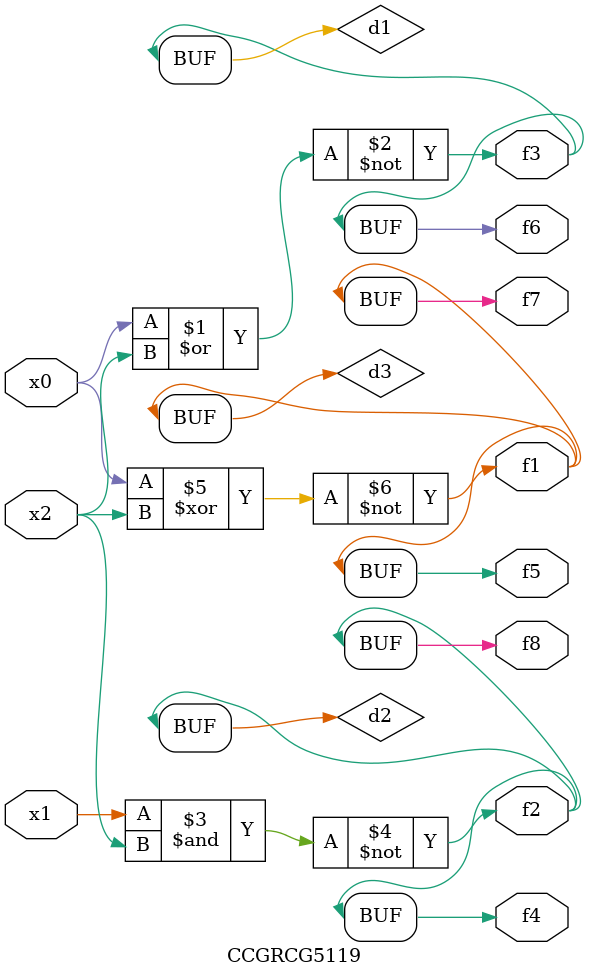
<source format=v>
module CCGRCG5119(
	input x0, x1, x2,
	output f1, f2, f3, f4, f5, f6, f7, f8
);

	wire d1, d2, d3;

	nor (d1, x0, x2);
	nand (d2, x1, x2);
	xnor (d3, x0, x2);
	assign f1 = d3;
	assign f2 = d2;
	assign f3 = d1;
	assign f4 = d2;
	assign f5 = d3;
	assign f6 = d1;
	assign f7 = d3;
	assign f8 = d2;
endmodule

</source>
